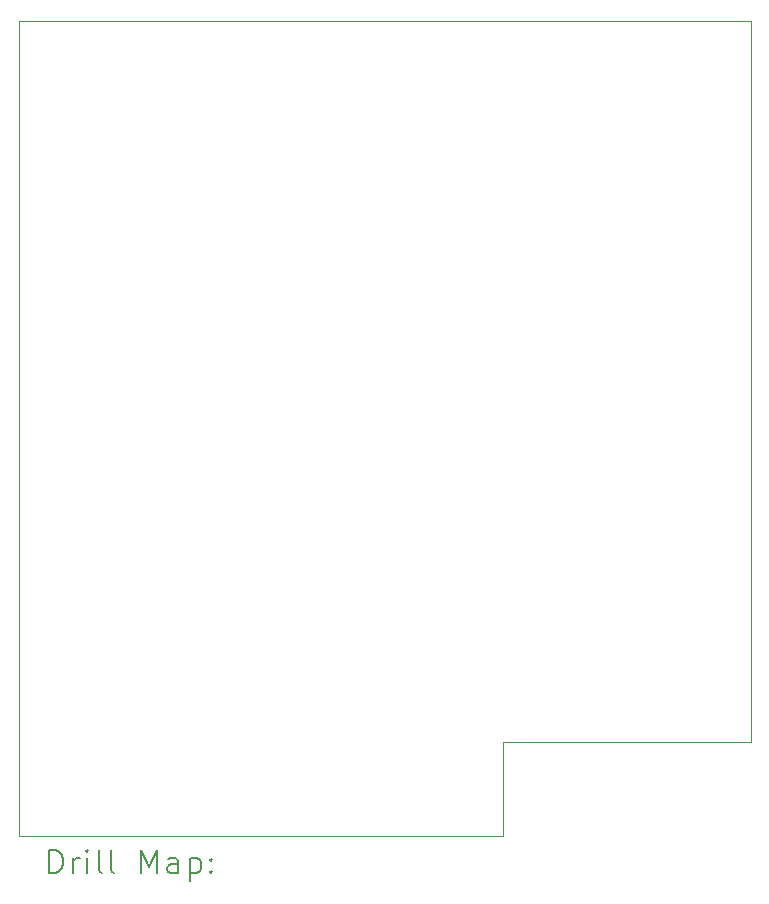
<source format=gbr>
%TF.GenerationSoftware,KiCad,Pcbnew,8.0.4*%
%TF.CreationDate,2024-09-09T13:52:01+01:00*%
%TF.ProjectId,Amiga_internal_floppy_adapter,416d6967-615f-4696-9e74-65726e616c5f,1.0*%
%TF.SameCoordinates,Original*%
%TF.FileFunction,Drillmap*%
%TF.FilePolarity,Positive*%
%FSLAX45Y45*%
G04 Gerber Fmt 4.5, Leading zero omitted, Abs format (unit mm)*
G04 Created by KiCad (PCBNEW 8.0.4) date 2024-09-09 13:52:01*
%MOMM*%
%LPD*%
G01*
G04 APERTURE LIST*
%ADD10C,0.050000*%
%ADD11C,0.200000*%
G04 APERTURE END LIST*
D10*
X11237000Y-12792500D02*
X9137000Y-12792500D01*
X9137000Y-13592500D01*
X5037000Y-13592500D01*
X5037000Y-6692500D01*
X11237000Y-6692500D01*
X11237000Y-12792500D01*
D11*
X5295277Y-13906484D02*
X5295277Y-13706484D01*
X5295277Y-13706484D02*
X5342896Y-13706484D01*
X5342896Y-13706484D02*
X5371467Y-13716008D01*
X5371467Y-13716008D02*
X5390515Y-13735055D01*
X5390515Y-13735055D02*
X5400039Y-13754103D01*
X5400039Y-13754103D02*
X5409563Y-13792198D01*
X5409563Y-13792198D02*
X5409563Y-13820769D01*
X5409563Y-13820769D02*
X5400039Y-13858865D01*
X5400039Y-13858865D02*
X5390515Y-13877912D01*
X5390515Y-13877912D02*
X5371467Y-13896960D01*
X5371467Y-13896960D02*
X5342896Y-13906484D01*
X5342896Y-13906484D02*
X5295277Y-13906484D01*
X5495277Y-13906484D02*
X5495277Y-13773150D01*
X5495277Y-13811246D02*
X5504801Y-13792198D01*
X5504801Y-13792198D02*
X5514324Y-13782674D01*
X5514324Y-13782674D02*
X5533372Y-13773150D01*
X5533372Y-13773150D02*
X5552420Y-13773150D01*
X5619086Y-13906484D02*
X5619086Y-13773150D01*
X5619086Y-13706484D02*
X5609562Y-13716008D01*
X5609562Y-13716008D02*
X5619086Y-13725531D01*
X5619086Y-13725531D02*
X5628610Y-13716008D01*
X5628610Y-13716008D02*
X5619086Y-13706484D01*
X5619086Y-13706484D02*
X5619086Y-13725531D01*
X5742896Y-13906484D02*
X5723848Y-13896960D01*
X5723848Y-13896960D02*
X5714324Y-13877912D01*
X5714324Y-13877912D02*
X5714324Y-13706484D01*
X5847658Y-13906484D02*
X5828610Y-13896960D01*
X5828610Y-13896960D02*
X5819086Y-13877912D01*
X5819086Y-13877912D02*
X5819086Y-13706484D01*
X6076229Y-13906484D02*
X6076229Y-13706484D01*
X6076229Y-13706484D02*
X6142896Y-13849341D01*
X6142896Y-13849341D02*
X6209562Y-13706484D01*
X6209562Y-13706484D02*
X6209562Y-13906484D01*
X6390515Y-13906484D02*
X6390515Y-13801722D01*
X6390515Y-13801722D02*
X6380991Y-13782674D01*
X6380991Y-13782674D02*
X6361943Y-13773150D01*
X6361943Y-13773150D02*
X6323848Y-13773150D01*
X6323848Y-13773150D02*
X6304801Y-13782674D01*
X6390515Y-13896960D02*
X6371467Y-13906484D01*
X6371467Y-13906484D02*
X6323848Y-13906484D01*
X6323848Y-13906484D02*
X6304801Y-13896960D01*
X6304801Y-13896960D02*
X6295277Y-13877912D01*
X6295277Y-13877912D02*
X6295277Y-13858865D01*
X6295277Y-13858865D02*
X6304801Y-13839817D01*
X6304801Y-13839817D02*
X6323848Y-13830293D01*
X6323848Y-13830293D02*
X6371467Y-13830293D01*
X6371467Y-13830293D02*
X6390515Y-13820769D01*
X6485753Y-13773150D02*
X6485753Y-13973150D01*
X6485753Y-13782674D02*
X6504801Y-13773150D01*
X6504801Y-13773150D02*
X6542896Y-13773150D01*
X6542896Y-13773150D02*
X6561943Y-13782674D01*
X6561943Y-13782674D02*
X6571467Y-13792198D01*
X6571467Y-13792198D02*
X6580991Y-13811246D01*
X6580991Y-13811246D02*
X6580991Y-13868388D01*
X6580991Y-13868388D02*
X6571467Y-13887436D01*
X6571467Y-13887436D02*
X6561943Y-13896960D01*
X6561943Y-13896960D02*
X6542896Y-13906484D01*
X6542896Y-13906484D02*
X6504801Y-13906484D01*
X6504801Y-13906484D02*
X6485753Y-13896960D01*
X6666705Y-13887436D02*
X6676229Y-13896960D01*
X6676229Y-13896960D02*
X6666705Y-13906484D01*
X6666705Y-13906484D02*
X6657182Y-13896960D01*
X6657182Y-13896960D02*
X6666705Y-13887436D01*
X6666705Y-13887436D02*
X6666705Y-13906484D01*
X6666705Y-13782674D02*
X6676229Y-13792198D01*
X6676229Y-13792198D02*
X6666705Y-13801722D01*
X6666705Y-13801722D02*
X6657182Y-13792198D01*
X6657182Y-13792198D02*
X6666705Y-13782674D01*
X6666705Y-13782674D02*
X6666705Y-13801722D01*
M02*

</source>
